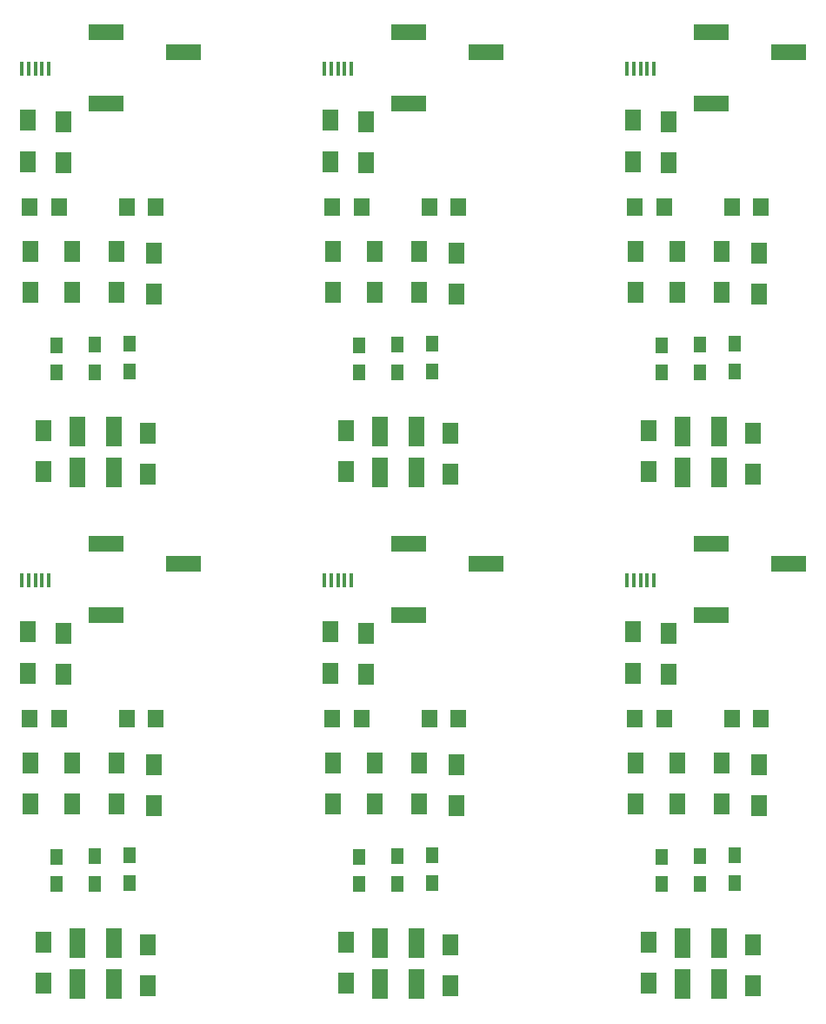
<source format=gbr>
G04 #@! TF.GenerationSoftware,KiCad,Pcbnew,5.0.0-rc2-dev-unknown-ce1bd4c~62~ubuntu16.04.1*
G04 #@! TF.CreationDate,2018-03-08T22:04:42+01:00*
G04 #@! TF.ProjectId,BM23_multi,424D32335F6D756C74692E6B69636164,rev?*
G04 #@! TF.SameCoordinates,Original*
G04 #@! TF.FileFunction,Paste,Top*
G04 #@! TF.FilePolarity,Positive*
%FSLAX46Y46*%
G04 Gerber Fmt 4.6, Leading zero omitted, Abs format (unit mm)*
G04 Created by KiCad (PCBNEW 5.0.0-rc2-dev-unknown-ce1bd4c~62~ubuntu16.04.1) date Thu Mar  8 22:04:42 2018*
%MOMM*%
%LPD*%
G01*
G04 APERTURE LIST*
%ADD10R,1.501140X2.999740*%
%ADD11R,1.600000X2.000000*%
%ADD12R,1.300000X1.500000*%
%ADD13R,3.500000X1.500000*%
%ADD14R,0.400000X1.350000*%
%ADD15R,1.597660X1.800860*%
G04 APERTURE END LIST*
D10*
X222250000Y-164625020D03*
X222250000Y-168622980D03*
D11*
X218998800Y-168547800D03*
X218998800Y-164547800D03*
X217449400Y-138347200D03*
X217449400Y-134347200D03*
X217728800Y-151072600D03*
X217728800Y-147072600D03*
X226060000Y-151098000D03*
X226060000Y-147098000D03*
D12*
X223951800Y-158855400D03*
X223951800Y-156155400D03*
D11*
X221742000Y-147098000D03*
X221742000Y-151098000D03*
D10*
X225806000Y-168622980D03*
X225806000Y-164625020D03*
D11*
X229108000Y-168751000D03*
X229108000Y-164751000D03*
X220878400Y-138474200D03*
X220878400Y-134474200D03*
D13*
X225104000Y-125730000D03*
X232604000Y-127730000D03*
X225104000Y-132730000D03*
D14*
X216886900Y-129324540D03*
X217536900Y-129324540D03*
X218186900Y-129324540D03*
X218836900Y-129324540D03*
X219486900Y-129324540D03*
D12*
X220268800Y-158906200D03*
X220268800Y-156206200D03*
D11*
X229743000Y-147231600D03*
X229743000Y-151231600D03*
D15*
X229915720Y-142748000D03*
X227076000Y-142748000D03*
D12*
X227380800Y-156104600D03*
X227380800Y-158804600D03*
D15*
X220472000Y-142748000D03*
X217632280Y-142748000D03*
D10*
X192786000Y-164625020D03*
X192786000Y-168622980D03*
D11*
X189534800Y-168547800D03*
X189534800Y-164547800D03*
X187985400Y-138347200D03*
X187985400Y-134347200D03*
X188264800Y-151072600D03*
X188264800Y-147072600D03*
X196596000Y-151098000D03*
X196596000Y-147098000D03*
D12*
X194487800Y-158855400D03*
X194487800Y-156155400D03*
D11*
X192278000Y-147098000D03*
X192278000Y-151098000D03*
D10*
X196342000Y-168622980D03*
X196342000Y-164625020D03*
D11*
X199644000Y-168751000D03*
X199644000Y-164751000D03*
X191414400Y-138474200D03*
X191414400Y-134474200D03*
D13*
X195640000Y-125730000D03*
X203140000Y-127730000D03*
X195640000Y-132730000D03*
D14*
X187422900Y-129324540D03*
X188072900Y-129324540D03*
X188722900Y-129324540D03*
X189372900Y-129324540D03*
X190022900Y-129324540D03*
D12*
X190804800Y-158906200D03*
X190804800Y-156206200D03*
D11*
X200279000Y-147231600D03*
X200279000Y-151231600D03*
D15*
X200451720Y-142748000D03*
X197612000Y-142748000D03*
D12*
X197916800Y-156104600D03*
X197916800Y-158804600D03*
D15*
X191008000Y-142748000D03*
X188168280Y-142748000D03*
D10*
X163322000Y-164625020D03*
X163322000Y-168622980D03*
D11*
X160070800Y-168547800D03*
X160070800Y-164547800D03*
X158521400Y-138347200D03*
X158521400Y-134347200D03*
X158800800Y-151072600D03*
X158800800Y-147072600D03*
X167132000Y-151098000D03*
X167132000Y-147098000D03*
D12*
X165023800Y-158855400D03*
X165023800Y-156155400D03*
D11*
X162814000Y-147098000D03*
X162814000Y-151098000D03*
D10*
X166878000Y-168622980D03*
X166878000Y-164625020D03*
D11*
X170180000Y-168751000D03*
X170180000Y-164751000D03*
X161950400Y-138474200D03*
X161950400Y-134474200D03*
D13*
X166176000Y-125730000D03*
X173676000Y-127730000D03*
X166176000Y-132730000D03*
D14*
X157958900Y-129324540D03*
X158608900Y-129324540D03*
X159258900Y-129324540D03*
X159908900Y-129324540D03*
X160558900Y-129324540D03*
D12*
X161340800Y-158906200D03*
X161340800Y-156206200D03*
D11*
X170815000Y-147231600D03*
X170815000Y-151231600D03*
D15*
X170987720Y-142748000D03*
X168148000Y-142748000D03*
D12*
X168452800Y-156104600D03*
X168452800Y-158804600D03*
D15*
X161544000Y-142748000D03*
X158704280Y-142748000D03*
D10*
X222250000Y-114841020D03*
X222250000Y-118838980D03*
D11*
X218998800Y-118763800D03*
X218998800Y-114763800D03*
X217449400Y-88563200D03*
X217449400Y-84563200D03*
X217728800Y-101288600D03*
X217728800Y-97288600D03*
X226060000Y-101314000D03*
X226060000Y-97314000D03*
D12*
X223951800Y-109071400D03*
X223951800Y-106371400D03*
D11*
X221742000Y-97314000D03*
X221742000Y-101314000D03*
D10*
X225806000Y-118838980D03*
X225806000Y-114841020D03*
D11*
X229108000Y-118967000D03*
X229108000Y-114967000D03*
X220878400Y-88690200D03*
X220878400Y-84690200D03*
D13*
X225104000Y-75946000D03*
X232604000Y-77946000D03*
X225104000Y-82946000D03*
D14*
X216886900Y-79540540D03*
X217536900Y-79540540D03*
X218186900Y-79540540D03*
X218836900Y-79540540D03*
X219486900Y-79540540D03*
D12*
X220268800Y-109122200D03*
X220268800Y-106422200D03*
D11*
X229743000Y-97447600D03*
X229743000Y-101447600D03*
D15*
X229915720Y-92964000D03*
X227076000Y-92964000D03*
D12*
X227380800Y-106320600D03*
X227380800Y-109020600D03*
D15*
X220472000Y-92964000D03*
X217632280Y-92964000D03*
D10*
X192786000Y-114841020D03*
X192786000Y-118838980D03*
D11*
X189534800Y-118763800D03*
X189534800Y-114763800D03*
X187985400Y-88563200D03*
X187985400Y-84563200D03*
X188264800Y-101288600D03*
X188264800Y-97288600D03*
X196596000Y-101314000D03*
X196596000Y-97314000D03*
D12*
X194487800Y-109071400D03*
X194487800Y-106371400D03*
D11*
X192278000Y-97314000D03*
X192278000Y-101314000D03*
D10*
X196342000Y-118838980D03*
X196342000Y-114841020D03*
D11*
X199644000Y-118967000D03*
X199644000Y-114967000D03*
X191414400Y-88690200D03*
X191414400Y-84690200D03*
D13*
X195640000Y-75946000D03*
X203140000Y-77946000D03*
X195640000Y-82946000D03*
D14*
X187422900Y-79540540D03*
X188072900Y-79540540D03*
X188722900Y-79540540D03*
X189372900Y-79540540D03*
X190022900Y-79540540D03*
D12*
X190804800Y-109122200D03*
X190804800Y-106422200D03*
D11*
X200279000Y-97447600D03*
X200279000Y-101447600D03*
D15*
X200451720Y-92964000D03*
X197612000Y-92964000D03*
D12*
X197916800Y-106320600D03*
X197916800Y-109020600D03*
D15*
X191008000Y-92964000D03*
X188168280Y-92964000D03*
D11*
X160070800Y-114763800D03*
X160070800Y-118763800D03*
D10*
X163322000Y-118838980D03*
X163322000Y-114841020D03*
D11*
X158521400Y-84563200D03*
X158521400Y-88563200D03*
X158800800Y-97288600D03*
X158800800Y-101288600D03*
X162814000Y-101314000D03*
X162814000Y-97314000D03*
X170180000Y-114967000D03*
X170180000Y-118967000D03*
D10*
X166878000Y-114841020D03*
X166878000Y-118838980D03*
D11*
X161950400Y-84690200D03*
X161950400Y-88690200D03*
X167132000Y-97314000D03*
X167132000Y-101314000D03*
X170815000Y-101447600D03*
X170815000Y-97447600D03*
D15*
X168148000Y-92964000D03*
X170987720Y-92964000D03*
X158704280Y-92964000D03*
X161544000Y-92964000D03*
D12*
X161340800Y-106422200D03*
X161340800Y-109122200D03*
X165023800Y-106371400D03*
X165023800Y-109071400D03*
X168452800Y-109020600D03*
X168452800Y-106320600D03*
D14*
X160558900Y-79540540D03*
X159908900Y-79540540D03*
X159258900Y-79540540D03*
X158608900Y-79540540D03*
X157958900Y-79540540D03*
D13*
X166176000Y-82946000D03*
X173676000Y-77946000D03*
X166176000Y-75946000D03*
M02*

</source>
